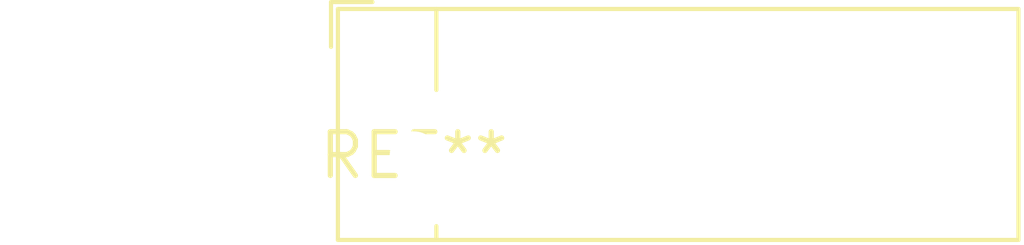
<source format=kicad_pcb>
(kicad_pcb (version 20240108) (generator pcbnew)
  (layers (0 "F.Cu" signal) (31 "B.Cu" signal) (34 "B.Paste" user) (35 "F.Paste" user) (36 "B.SilkS" user "B.Silkscreen") (37 "F.SilkS" user "F.Silkscreen") (38 "B.Mask" user) (39 "F.Mask" user) (44 "Edge.Cuts" user))
  (net 0 "")
  (footprint "Diode_Bridge_Vishay_KBL" (layer "F.Cu") (at 0 0)
    (property "Reference" "REF**")
    (property "Value" "Diode_Bridge_Vishay_KBL")
    (fp_line (start -2.4 -4.45) (end -1.2 -4.45) (layer "F.SilkS") (stroke (width 0.12)))
    (fp_line (start -2.4 -3.15) (end -2.4 -4.45) (layer "F.SilkS") (stroke (width 0.12)))
    (fp_line (start -2.2 -4.25) (end -2.2 2.45) (layer "F.SilkS") (stroke (width 0.12)))
    (fp_line (start -2.2 2.45) (end 17.5 2.45) (layer "F.SilkS") (stroke (width 0.12)))
    (fp_line (start 0.65 -1.9) (end 0.65 -4.25) (layer "F.SilkS") (stroke (width 0.12)))
    (fp_line (start 0.65 2.05) (end 0.65 2.45) (layer "F.SilkS") (stroke (width 0.12)))
    (fp_line (start 17.5 -4.25) (end -2.2 -4.25) (layer "F.SilkS") (stroke (width 0.12)))
    (fp_line (start 17.5 2.45) (end 17.5 -4.25) (layer "F.SilkS") (stroke (width 0.12)))
    (pad "1" thru_hole rect (at 0 0) (size 2.8 2.8) (drill 1.4) (layers *.Cu *.Mask) (remove_unused_layers))
    (pad "2" thru_hole circle (at 5.08 0) (size 2.8 2.8) (drill 1.4) (layers *.Cu *.Mask) (remove_unused_layers))
    (pad "3" thru_hole circle (at 10.16 0) (size 2.8 2.8) (drill 1.4) (layers *.Cu *.Mask) (remove_unused_layers))
    (pad "4" thru_hole circle (at 15.24 0) (size 2.8 2.8) (drill 1.4) (layers *.Cu *.Mask) (remove_unused_layers))
  )
)
</source>
